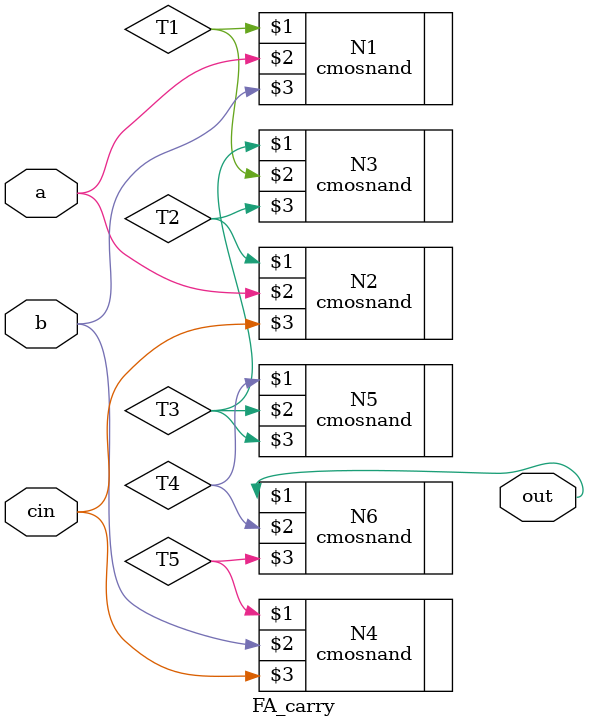
<source format=v>

`include "NAND.v"
`timescale 10ps/1ps


module FA_carry(out, a, b, cin);
    output out; 
    input a, b, cin;
    wire T1, T2, T3, T4, T5;

    cmosnand N1 (T1, a, b);
    cmosnand N2 (T2, a, cin);
    cmosnand N3 (T3, T1, T2);
    cmosnand N4 (T5, b, cin);
    cmosnand N5 (T4, T3, T3);
    cmosnand N6 (out, T4, T5);

endmodule


</source>
